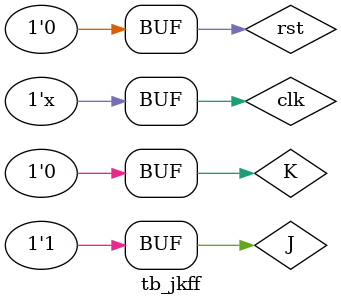
<source format=v>
`timescale 1ns / 1ps


module tb_jkff();
wire q,qbar;
reg J,K,rst,clk;
jkflipflop j1(q,qbar,J,K,rst,clk);
always #5 clk=~clk;
initial clk=0;
initial begin
rst=1; #10
rst=0;
{J,K}=2'b00; #100;
{J,K}=2'b01; #100;
{J,K}=2'b10; #100;
end
endmodule

 

</source>
